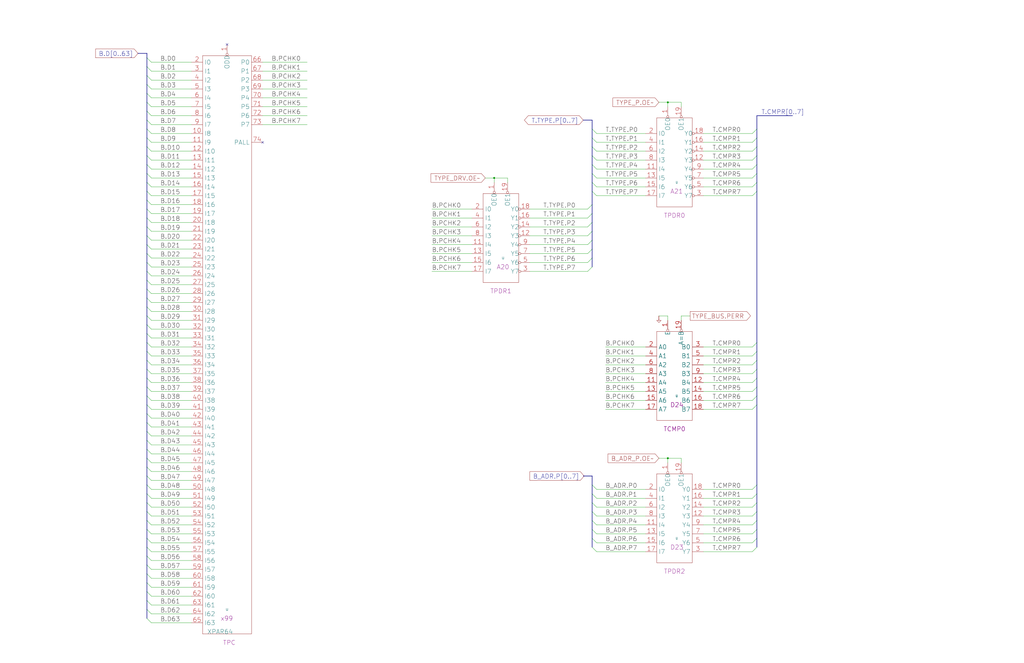
<source format=kicad_sch>
(kicad_sch (version 20220404) (generator eeschema)
  (paper "User" 584.2 378.46)
  (title_block (title "TYPE DRIVERS AND RECEIVERS\\nPARITY") (date "15-MAR-90") (rev "1.0") (comment 1 "TYPE") (comment 2 "232-003062") (comment 3 "S400") (comment 4 "RELEASED"))
  (lib_symbols
    (symbol "r1000:F240" (pin_names (offset 1.016))
      (property "Reference" "U" (at 2.54 5.08 0))
      (property "Value" "F240" (at -3.81 -7.62 0))
      (property "Location" "___" (at -1.27 0 0))
      (property "Name" "______" (at 1.27 -15.24 0))
      (symbol "F240_1_1"
        (rectangle (start -8.89 41.91) (end 11.43 -8.89))
        (circle (center -2.54 42.545) (radius 0.635))
        (circle (center 5.08 42.545) (radius 0.635))
        (circle (center 12.065 -2.54) (radius 0.635))
        (circle (center 12.065 2.54) (radius 0.635))
        (circle (center 12.065 7.62) (radius 0.635))
        (circle (center 12.065 12.7) (radius 0.635))
        (circle (center 12.065 17.78) (radius 0.635))
        (circle (center 12.065 22.86) (radius 0.635))
        (circle (center 12.065 27.94) (radius 0.635))
        (circle (center 12.065 33.02) (radius 0.635))
        (pin input line (at -2.54 48.26 270) (length 5.08) (name "OE0") (number "1"))
        (pin input line (at -15.24 12.7 0) (length 6.35) (name "I4") (number "11"))
        (pin tri_state line (at 17.78 17.78 180) (length 5.08) (name "Y3") (number "12"))
        (pin input line (at -15.24 7.62 0) (length 6.35) (name "I5") (number "13"))
        (pin tri_state line (at 17.78 22.86 180) (length 5.08) (name "Y2") (number "14"))
        (pin input line (at -15.24 2.54 0) (length 6.35) (name "I6") (number "15"))
        (pin tri_state line (at 17.78 27.94 180) (length 5.08) (name "Y1") (number "16"))
        (pin input line (at -15.24 -2.54 0) (length 6.35) (name "I7") (number "17"))
        (pin tri_state line (at 17.78 33.02 180) (length 5.08) (name "Y0") (number "18"))
        (pin input line (at 5.08 48.26 270) (length 5.08) (name "OE1") (number "19"))
        (pin input line (at -15.24 33.02 0) (length 6.35) (name "I0") (number "2"))
        (pin tri_state line (at 17.78 -2.54 180) (length 5.08) (name "Y7") (number "3"))
        (pin input line (at -15.24 27.94 0) (length 6.35) (name "I1") (number "4"))
        (pin tri_state line (at 17.78 2.54 180) (length 5.08) (name "Y6") (number "5"))
        (pin input line (at -15.24 22.86 0) (length 6.35) (name "I2") (number "6"))
        (pin tri_state line (at 17.78 7.62 180) (length 5.08) (name "Y5") (number "7"))
        (pin input line (at -15.24 17.78 0) (length 6.35) (name "I3") (number "8"))
        (pin tri_state line (at 17.78 12.7 180) (length 5.08) (name "Y4") (number "9"))
      )
    )
    (symbol "r1000:F244" (pin_names (offset 1.016))
      (property "Reference" "U" (at 2.54 5.08 0))
      (property "Value" "F244" (at -3.81 -7.62 0))
      (property "Location" "___" (at -1.27 0 0))
      (property "Name" "______" (at 1.27 -15.24 0))
      (symbol "F244_1_1"
        (rectangle (start -8.89 41.91) (end 11.43 -8.89))
        (circle (center -2.54 42.545) (radius 0.635))
        (circle (center 5.08 42.545) (radius 0.635))
        (pin input line (at -2.54 48.26 270) (length 5.08) (name "OE0") (number "1"))
        (pin input line (at -15.24 12.7 0) (length 6.35) (name "I4") (number "11"))
        (pin tri_state line (at 17.78 17.78 180) (length 6.35) (name "Y3") (number "12"))
        (pin input line (at -15.24 7.62 0) (length 6.35) (name "I5") (number "13"))
        (pin tri_state line (at 17.78 22.86 180) (length 6.35) (name "Y2") (number "14"))
        (pin input line (at -15.24 2.54 0) (length 6.35) (name "I6") (number "15"))
        (pin tri_state line (at 17.78 27.94 180) (length 6.35) (name "Y1") (number "16"))
        (pin input line (at -15.24 -2.54 0) (length 6.35) (name "I7") (number "17"))
        (pin tri_state line (at 17.78 33.02 180) (length 6.35) (name "Y0") (number "18"))
        (pin input line (at 5.08 48.26 270) (length 5.08) (name "OE1") (number "19"))
        (pin input line (at -15.24 33.02 0) (length 6.35) (name "I0") (number "2"))
        (pin tri_state line (at 17.78 -2.54 180) (length 6.35) (name "Y7") (number "3"))
        (pin input line (at -15.24 27.94 0) (length 6.35) (name "I1") (number "4"))
        (pin tri_state line (at 17.78 2.54 180) (length 6.35) (name "Y6") (number "5"))
        (pin input line (at -15.24 22.86 0) (length 6.35) (name "I2") (number "6"))
        (pin tri_state line (at 17.78 7.62 180) (length 6.35) (name "Y5") (number "7"))
        (pin input line (at -15.24 17.78 0) (length 6.35) (name "I3") (number "8"))
        (pin tri_state line (at 17.78 12.7 180) (length 6.35) (name "Y4") (number "9"))
      )
    )
    (symbol "r1000:F521" (pin_names (offset 1.016))
      (property "Reference" "U" (at 2.54 5.08 0))
      (property "Value" "F521" (at -3.81 -7.62 0))
      (property "Location" "___" (at -1.27 0 0))
      (property "Name" "______" (at 1.27 -15.24 0))
      (symbol "F521_1_1"
        (rectangle (start -8.89 41.91) (end 11.43 -8.89))
        (circle (center -2.54 42.545) (radius 0.635))
        (circle (center 5.08 42.545) (radius 0.635))
        (pin input line (at -2.54 48.26 270) (length 5.08) (name "E") (number "1"))
        (pin input line (at -15.24 12.7 0) (length 6.35) (name "A4") (number "11"))
        (pin input line (at 17.78 12.7 180) (length 6.35) (name "B4") (number "12"))
        (pin input line (at -15.24 7.62 0) (length 6.35) (name "A5") (number "13"))
        (pin input line (at 17.78 7.62 180) (length 6.35) (name "B5") (number "14"))
        (pin input line (at -15.24 2.54 0) (length 6.35) (name "A6") (number "15"))
        (pin input line (at 17.78 2.54 180) (length 6.35) (name "B6") (number "16"))
        (pin input line (at -15.24 -2.54 0) (length 6.35) (name "A7") (number "17"))
        (pin input line (at 17.78 -2.54 180) (length 6.35) (name "B7") (number "18"))
        (pin output line (at 5.08 48.26 270) (length 5.08) (name "A=B") (number "19"))
        (pin input line (at -15.24 33.02 0) (length 6.35) (name "A0") (number "2"))
        (pin input line (at 17.78 33.02 180) (length 6.35) (name "B0") (number "3"))
        (pin input line (at -15.24 27.94 0) (length 6.35) (name "A1") (number "4"))
        (pin input line (at 17.78 27.94 180) (length 6.35) (name "B1") (number "5"))
        (pin input line (at -15.24 22.86 0) (length 6.35) (name "A2") (number "6"))
        (pin input line (at 17.78 22.86 180) (length 6.35) (name "B2") (number "7"))
        (pin input line (at -15.24 17.78 0) (length 6.35) (name "A3") (number "8"))
        (pin input line (at 17.78 17.78 180) (length 6.35) (name "B3") (number "9"))
      )
    )
    (symbol "r1000:PD" (power) (pin_numbers hide) (pin_names hide) (in_bom no)
      (symbol "PD_0_1"
        (polyline (pts (xy 0 -2.54) (xy 1.27 -2.54) (xy 0 -3.81) (xy -1.27 -2.54) (xy 0 -2.54)) (stroke (width 0.1524)))
      )
      (symbol "PD_1_1"
        (pin power_in line (at 0 0 270) (length 2.54) (name "PD") (number "1"))
      )
    )
    (symbol "r1000:XPAR64" (pin_names (offset 1.016))
      (property "Reference" "U" (at 2.54 5.08 0))
      (property "Value" "XPAR64" (at -8.89 -7.62 0))
      (property "Location" "___" (at -1.27 0 0))
      (property "Name" "______" (at 3.81 -15.24 0))
      (symbol "XPAR64_1_1"
        (rectangle (start -11.43 321.31) (end 16.51 -8.89))
        (circle (center 2.54 321.945) (radius 0.635))
        (pin input line (at 2.54 327.66 270) (length 5.08) (name "ODD") (number "1"))
        (pin input line (at -17.78 276.86 0) (length 6.35) (name "I8") (number "10"))
        (pin input line (at -17.78 271.78 0) (length 6.35) (name "I9") (number "11"))
        (pin input line (at -17.78 266.7 0) (length 6.35) (name "I10") (number "12"))
        (pin input line (at -17.78 261.62 0) (length 6.35) (name "I11") (number "13"))
        (pin input line (at -17.78 256.54 0) (length 6.35) (name "I12") (number "14"))
        (pin input line (at -17.78 251.46 0) (length 6.35) (name "I13") (number "15"))
        (pin input line (at -17.78 246.38 0) (length 6.35) (name "I14") (number "16"))
        (pin input line (at -17.78 241.3 0) (length 6.35) (name "I15") (number "17"))
        (pin input line (at -17.78 236.22 0) (length 6.35) (name "I16") (number "18"))
        (pin input line (at -17.78 231.14 0) (length 6.35) (name "I17") (number "19"))
        (pin input line (at -17.78 317.5 0) (length 6.35) (name "I0") (number "2"))
        (pin input line (at -17.78 226.06 0) (length 6.35) (name "I18") (number "20"))
        (pin input line (at -17.78 220.98 0) (length 6.35) (name "I19") (number "21"))
        (pin input line (at -17.78 215.9 0) (length 6.35) (name "I20") (number "22"))
        (pin input line (at -17.78 210.82 0) (length 6.35) (name "I21") (number "23"))
        (pin input line (at -17.78 205.74 0) (length 6.35) (name "I22") (number "24"))
        (pin input line (at -17.78 200.66 0) (length 6.35) (name "I23") (number "25"))
        (pin input line (at -17.78 195.58 0) (length 6.35) (name "I24") (number "26"))
        (pin input line (at -17.78 190.5 0) (length 6.35) (name "I25") (number "27"))
        (pin input line (at -17.78 185.42 0) (length 6.35) (name "I26") (number "28"))
        (pin input line (at -17.78 180.34 0) (length 6.35) (name "I27") (number "29"))
        (pin input line (at -17.78 312.42 0) (length 6.35) (name "I1") (number "3"))
        (pin input line (at -17.78 175.26 0) (length 6.35) (name "I28") (number "30"))
        (pin input line (at -17.78 170.18 0) (length 6.35) (name "I29") (number "31"))
        (pin input line (at -17.78 165.1 0) (length 6.35) (name "I30") (number "32"))
        (pin input line (at -17.78 160.02 0) (length 6.35) (name "I31") (number "33"))
        (pin input line (at -17.78 154.94 0) (length 6.35) (name "I32") (number "34"))
        (pin input line (at -17.78 149.86 0) (length 6.35) (name "I33") (number "35"))
        (pin input line (at -17.78 144.78 0) (length 6.35) (name "I34") (number "36"))
        (pin input line (at -17.78 139.7 0) (length 6.35) (name "I35") (number "37"))
        (pin input line (at -17.78 134.62 0) (length 6.35) (name "I36") (number "38"))
        (pin input line (at -17.78 129.54 0) (length 6.35) (name "I37") (number "39"))
        (pin input line (at -17.78 307.34 0) (length 6.35) (name "I2") (number "4"))
        (pin input line (at -17.78 124.46 0) (length 6.35) (name "I38") (number "40"))
        (pin input line (at -17.78 119.38 0) (length 6.35) (name "I39") (number "41"))
        (pin input line (at -17.78 114.3 0) (length 6.35) (name "I40") (number "42"))
        (pin input line (at -17.78 109.22 0) (length 6.35) (name "I41") (number "43"))
        (pin input line (at -17.78 104.14 0) (length 6.35) (name "I42") (number "44"))
        (pin input line (at -17.78 99.06 0) (length 6.35) (name "I43") (number "45"))
        (pin input line (at -17.78 93.98 0) (length 6.35) (name "I44") (number "46"))
        (pin input line (at -17.78 88.9 0) (length 6.35) (name "I45") (number "47"))
        (pin input line (at -17.78 83.82 0) (length 6.35) (name "I46") (number "48"))
        (pin input line (at -17.78 78.74 0) (length 6.35) (name "I47") (number "49"))
        (pin input line (at -17.78 302.26 0) (length 6.35) (name "I3") (number "5"))
        (pin input line (at -17.78 73.66 0) (length 6.35) (name "I48") (number "50"))
        (pin input line (at -17.78 68.58 0) (length 6.35) (name "I49") (number "51"))
        (pin input line (at -17.78 63.5 0) (length 6.35) (name "I50") (number "52"))
        (pin input line (at -17.78 58.42 0) (length 6.35) (name "I51") (number "53"))
        (pin input line (at -17.78 53.34 0) (length 6.35) (name "I52") (number "54"))
        (pin input line (at -17.78 48.26 0) (length 6.35) (name "I53") (number "55"))
        (pin input line (at -17.78 43.18 0) (length 6.35) (name "I54") (number "56"))
        (pin input line (at -17.78 38.1 0) (length 6.35) (name "I55") (number "57"))
        (pin input line (at -17.78 33.02 0) (length 6.35) (name "I56") (number "58"))
        (pin input line (at -17.78 27.94 0) (length 6.35) (name "I57") (number "59"))
        (pin input line (at -17.78 297.18 0) (length 6.35) (name "I4") (number "6"))
        (pin input line (at -17.78 22.86 0) (length 6.35) (name "I58") (number "60"))
        (pin input line (at -17.78 17.78 0) (length 6.35) (name "I59") (number "61"))
        (pin input line (at -17.78 12.7 0) (length 6.35) (name "I60") (number "62"))
        (pin input line (at -17.78 7.62 0) (length 6.35) (name "I61") (number "63"))
        (pin input line (at -17.78 2.54 0) (length 6.35) (name "I62") (number "64"))
        (pin input line (at -17.78 -2.54 0) (length 6.35) (name "I63") (number "65"))
        (pin output line (at 22.86 317.5 180) (length 6.35) (name "P0") (number "66"))
        (pin output line (at 22.86 312.42 180) (length 6.35) (name "P1") (number "67"))
        (pin output line (at 22.86 307.34 180) (length 6.35) (name "P2") (number "68"))
        (pin output line (at 22.86 302.26 180) (length 6.35) (name "P3") (number "69"))
        (pin input line (at -17.78 292.1 0) (length 6.35) (name "I5") (number "7"))
        (pin output line (at 22.86 297.18 180) (length 6.35) (name "P4") (number "70"))
        (pin output line (at 22.86 292.1 180) (length 6.35) (name "P5") (number "71"))
        (pin output line (at 22.86 287.02 180) (length 6.35) (name "P6") (number "72"))
        (pin output line (at 22.86 281.94 180) (length 6.35) (name "P7") (number "73"))
        (pin output line (at 22.86 271.78 180) (length 6.35) (name "PALL") (number "74"))
        (pin input line (at -17.78 287.02 0) (length 6.35) (name "I6") (number "8"))
        (pin input line (at -17.78 281.94 0) (length 6.35) (name "I7") (number "9"))
      )
    )
  )
  (junction (at 381 58.42))
  (junction (at 381 261.62))
  (junction (at 281.94 101.6))
  (no_connect (at 129.54 25.4))
  (no_connect (at 149.86 81.28))
  (bus_entry (at 337.82 147.32) (size -2.54 2.54))
  (bus_entry (at 431.8 287.02) (size -2.54 2.54))
  (bus_entry (at 83.82 266.7) (size 2.54 2.54))
  (bus_entry (at 83.82 144.78) (size 2.54 2.54))
  (bus_entry (at 83.82 83.82) (size 2.54 2.54))
  (bus_entry (at 431.8 231.14) (size -2.54 2.54))
  (bus_entry (at 83.82 287.02) (size 2.54 2.54))
  (bus_entry (at 83.82 200.66) (size 2.54 2.54))
  (bus_entry (at 337.82 276.86) (size 2.54 2.54))
  (bus_entry (at 337.82 132.08) (size -2.54 2.54))
  (bus_entry (at 83.82 195.58) (size 2.54 2.54))
  (bus_entry (at 83.82 38.1) (size 2.54 2.54))
  (bus_entry (at 337.82 99.06) (size 2.54 2.54))
  (bus_entry (at 83.82 312.42) (size 2.54 2.54))
  (bus_entry (at 83.82 271.78) (size 2.54 2.54))
  (bus_entry (at 431.8 307.34) (size -2.54 2.54))
  (bus_entry (at 83.82 78.74) (size 2.54 2.54))
  (bus_entry (at 83.82 332.74) (size 2.54 2.54))
  (bus_entry (at 83.82 302.26) (size 2.54 2.54))
  (bus_entry (at 83.82 281.94) (size 2.54 2.54))
  (bus_entry (at 337.82 292.1) (size 2.54 2.54))
  (bus_entry (at 83.82 63.5) (size 2.54 2.54))
  (bus_entry (at 83.82 353.06) (size 2.54 2.54))
  (bus_entry (at 83.82 139.7) (size 2.54 2.54))
  (bus_entry (at 337.82 307.34) (size 2.54 2.54))
  (bus_entry (at 83.82 322.58) (size 2.54 2.54))
  (bus_entry (at 431.8 226.06) (size -2.54 2.54))
  (bus_entry (at 83.82 347.98) (size 2.54 2.54))
  (bus_entry (at 83.82 220.98) (size 2.54 2.54))
  (bus_entry (at 337.82 121.92) (size -2.54 2.54))
  (bus_entry (at 83.82 231.14) (size 2.54 2.54))
  (bus_entry (at 83.82 190.5) (size 2.54 2.54))
  (bus_entry (at 83.82 256.54) (size 2.54 2.54))
  (bus_entry (at 83.82 134.62) (size 2.54 2.54))
  (bus_entry (at 337.82 281.94) (size 2.54 2.54))
  (bus_entry (at 337.82 104.14) (size 2.54 2.54))
  (bus_entry (at 83.82 68.58) (size 2.54 2.54))
  (bus_entry (at 431.8 99.06) (size -2.54 2.54))
  (bus_entry (at 83.82 33.02) (size 2.54 2.54))
  (bus_entry (at 83.82 170.18) (size 2.54 2.54))
  (bus_entry (at 83.82 226.06) (size 2.54 2.54))
  (bus_entry (at 83.82 154.94) (size 2.54 2.54))
  (bus_entry (at 337.82 116.84) (size -2.54 2.54))
  (bus_entry (at 83.82 317.5) (size 2.54 2.54))
  (bus_entry (at 337.82 142.24) (size -2.54 2.54))
  (bus_entry (at 83.82 114.3) (size 2.54 2.54))
  (bus_entry (at 431.8 93.98) (size -2.54 2.54))
  (bus_entry (at 83.82 48.26) (size 2.54 2.54))
  (bus_entry (at 83.82 180.34) (size 2.54 2.54))
  (bus_entry (at 83.82 124.46) (size 2.54 2.54))
  (bus_entry (at 431.8 292.1) (size -2.54 2.54))
  (bus_entry (at 83.82 276.86) (size 2.54 2.54))
  (bus_entry (at 83.82 93.98) (size 2.54 2.54))
  (bus_entry (at 83.82 342.9) (size 2.54 2.54))
  (bus_entry (at 83.82 43.18) (size 2.54 2.54))
  (bus_entry (at 83.82 251.46) (size 2.54 2.54))
  (bus_entry (at 337.82 152.4) (size -2.54 2.54))
  (bus_entry (at 83.82 104.14) (size 2.54 2.54))
  (bus_entry (at 337.82 302.26) (size 2.54 2.54))
  (bus_entry (at 431.8 73.66) (size -2.54 2.54))
  (bus_entry (at 337.82 73.66) (size 2.54 2.54))
  (bus_entry (at 83.82 53.34) (size 2.54 2.54))
  (bus_entry (at 83.82 205.74) (size 2.54 2.54))
  (bus_entry (at 83.82 292.1) (size 2.54 2.54))
  (bus_entry (at 83.82 337.82) (size 2.54 2.54))
  (bus_entry (at 83.82 119.38) (size 2.54 2.54))
  (bus_entry (at 83.82 109.22) (size 2.54 2.54))
  (bus_entry (at 83.82 215.9) (size 2.54 2.54))
  (bus_entry (at 337.82 137.16) (size -2.54 2.54))
  (bus_entry (at 431.8 281.94) (size -2.54 2.54))
  (bus_entry (at 83.82 185.42) (size 2.54 2.54))
  (bus_entry (at 83.82 327.66) (size 2.54 2.54))
  (bus_entry (at 337.82 312.42) (size 2.54 2.54))
  (bus_entry (at 337.82 287.02) (size 2.54 2.54))
  (bus_entry (at 83.82 88.9) (size 2.54 2.54))
  (bus_entry (at 431.8 195.58) (size -2.54 2.54))
  (bus_entry (at 431.8 78.74) (size -2.54 2.54))
  (bus_entry (at 83.82 241.3) (size 2.54 2.54))
  (bus_entry (at 431.8 83.82) (size -2.54 2.54))
  (bus_entry (at 83.82 307.34) (size 2.54 2.54))
  (bus_entry (at 83.82 58.42) (size 2.54 2.54))
  (bus_entry (at 431.8 88.9) (size -2.54 2.54))
  (bus_entry (at 83.82 175.26) (size 2.54 2.54))
  (bus_entry (at 83.82 236.22) (size 2.54 2.54))
  (bus_entry (at 431.8 215.9) (size -2.54 2.54))
  (bus_entry (at 431.8 302.26) (size -2.54 2.54))
  (bus_entry (at 83.82 99.06) (size 2.54 2.54))
  (bus_entry (at 337.82 109.22) (size 2.54 2.54))
  (bus_entry (at 83.82 261.62) (size 2.54 2.54))
  (bus_entry (at 83.82 149.86) (size 2.54 2.54))
  (bus_entry (at 337.82 78.74) (size 2.54 2.54))
  (bus_entry (at 431.8 220.98) (size -2.54 2.54))
  (bus_entry (at 83.82 210.82) (size 2.54 2.54))
  (bus_entry (at 83.82 297.18) (size 2.54 2.54))
  (bus_entry (at 431.8 200.66) (size -2.54 2.54))
  (bus_entry (at 431.8 210.82) (size -2.54 2.54))
  (bus_entry (at 83.82 246.38) (size 2.54 2.54))
  (bus_entry (at 83.82 73.66) (size 2.54 2.54))
  (bus_entry (at 337.82 127) (size -2.54 2.54))
  (bus_entry (at 83.82 165.1) (size 2.54 2.54))
  (bus_entry (at 431.8 297.18) (size -2.54 2.54))
  (bus_entry (at 431.8 109.22) (size -2.54 2.54))
  (bus_entry (at 431.8 205.74) (size -2.54 2.54))
  (bus_entry (at 337.82 88.9) (size 2.54 2.54))
  (bus_entry (at 83.82 160.02) (size 2.54 2.54))
  (bus_entry (at 431.8 276.86) (size -2.54 2.54))
  (bus_entry (at 337.82 83.82) (size 2.54 2.54))
  (bus_entry (at 431.8 104.14) (size -2.54 2.54))
  (bus_entry (at 431.8 312.42) (size -2.54 2.54))
  (bus_entry (at 337.82 93.98) (size 2.54 2.54))
  (bus_entry (at 337.82 297.18) (size 2.54 2.54))
  (bus_entry (at 83.82 129.54) (size 2.54 2.54))
  (wire (pts (xy 149.86 45.72) (xy 175.26 45.72)))
  (wire (pts (xy 109.22 162.56) (xy 86.36 162.56)))
  (wire (pts (xy 109.22 228.6) (xy 86.36 228.6)))
  (wire (pts (xy 340.36 86.36) (xy 368.3 86.36)))
  (wire (pts (xy 388.62 180.34) (xy 393.7 180.34)))
  (wire (pts (xy 109.22 182.88) (xy 86.36 182.88)))
  (wire (pts (xy 109.22 284.48) (xy 86.36 284.48)))
  (wire (pts (xy 109.22 86.36) (xy 86.36 86.36)))
  (wire (pts (xy 401.32 223.52) (xy 429.26 223.52)))
  (wire (pts (xy 401.32 304.8) (xy 429.26 304.8)))
  (wire (pts (xy 109.22 127) (xy 86.36 127)))
  (bus (pts (xy 83.82 347.98) (xy 83.82 353.06)))
  (wire (pts (xy 109.22 71.12) (xy 86.36 71.12)))
  (wire (pts (xy 388.62 261.62) (xy 381 261.62)))
  (bus (pts (xy 83.82 287.02) (xy 83.82 292.1)))
  (bus (pts (xy 83.82 220.98) (xy 83.82 226.06)))
  (wire (pts (xy 381 264.16) (xy 381 261.62)))
  (wire (pts (xy 388.62 264.16) (xy 388.62 261.62)))
  (wire (pts (xy 345.44 198.12) (xy 368.3 198.12)))
  (wire (pts (xy 109.22 45.72) (xy 86.36 45.72)))
  (wire (pts (xy 345.44 228.6) (xy 368.3 228.6)))
  (wire (pts (xy 109.22 304.8) (xy 86.36 304.8)))
  (wire (pts (xy 149.86 71.12) (xy 175.26 71.12)))
  (bus (pts (xy 431.8 205.74) (xy 431.8 210.82)))
  (bus (pts (xy 83.82 266.7) (xy 83.82 271.78)))
  (wire (pts (xy 345.44 233.68) (xy 368.3 233.68)))
  (wire (pts (xy 401.32 294.64) (xy 429.26 294.64)))
  (bus (pts (xy 83.82 175.26) (xy 83.82 180.34)))
  (bus (pts (xy 431.8 99.06) (xy 431.8 104.14)))
  (wire (pts (xy 109.22 254) (xy 86.36 254)))
  (wire (pts (xy 109.22 137.16) (xy 86.36 137.16)))
  (wire (pts (xy 340.36 289.56) (xy 368.3 289.56)))
  (bus (pts (xy 337.82 127) (xy 337.82 132.08)))
  (bus (pts (xy 83.82 226.06) (xy 83.82 231.14)))
  (bus (pts (xy 337.82 302.26) (xy 337.82 307.34)))
  (bus (pts (xy 83.82 190.5) (xy 83.82 195.58)))
  (wire (pts (xy 109.22 121.92) (xy 86.36 121.92)))
  (bus (pts (xy 83.82 246.38) (xy 83.82 251.46)))
  (bus (pts (xy 83.82 154.94) (xy 83.82 160.02)))
  (wire (pts (xy 381 261.62) (xy 375.92 261.62)))
  (bus (pts (xy 431.8 66.04) (xy 452.12 66.04)))
  (bus (pts (xy 83.82 144.78) (xy 83.82 149.86)))
  (bus (pts (xy 83.82 124.46) (xy 83.82 129.54)))
  (bus (pts (xy 431.8 231.14) (xy 431.8 276.86)))
  (bus (pts (xy 431.8 302.26) (xy 431.8 307.34)))
  (bus (pts (xy 337.82 93.98) (xy 337.82 99.06)))
  (bus (pts (xy 83.82 63.5) (xy 83.82 68.58)))
  (wire (pts (xy 302.26 154.94) (xy 335.28 154.94)))
  (bus (pts (xy 337.82 281.94) (xy 337.82 287.02)))
  (wire (pts (xy 149.86 60.96) (xy 175.26 60.96)))
  (wire (pts (xy 109.22 320.04) (xy 86.36 320.04)))
  (bus (pts (xy 83.82 78.74) (xy 83.82 83.82)))
  (wire (pts (xy 109.22 289.56) (xy 86.36 289.56)))
  (wire (pts (xy 345.44 203.2) (xy 368.3 203.2)))
  (wire (pts (xy 109.22 330.2) (xy 86.36 330.2)))
  (bus (pts (xy 431.8 93.98) (xy 431.8 99.06)))
  (wire (pts (xy 281.94 104.14) (xy 281.94 101.6)))
  (bus (pts (xy 83.82 241.3) (xy 83.82 246.38)))
  (wire (pts (xy 109.22 76.2) (xy 86.36 76.2)))
  (bus (pts (xy 83.82 195.58) (xy 83.82 200.66)))
  (bus (pts (xy 83.82 149.86) (xy 83.82 154.94)))
  (bus (pts (xy 83.82 88.9) (xy 83.82 93.98)))
  (wire (pts (xy 401.32 218.44) (xy 429.26 218.44)))
  (wire (pts (xy 401.32 228.6) (xy 429.26 228.6)))
  (bus (pts (xy 431.8 200.66) (xy 431.8 205.74)))
  (bus (pts (xy 83.82 134.62) (xy 83.82 139.7)))
  (bus (pts (xy 431.8 83.82) (xy 431.8 88.9)))
  (bus (pts (xy 337.82 297.18) (xy 337.82 302.26)))
  (bus (pts (xy 83.82 231.14) (xy 83.82 236.22)))
  (bus (pts (xy 83.82 165.1) (xy 83.82 170.18)))
  (bus (pts (xy 83.82 93.98) (xy 83.82 99.06)))
  (bus (pts (xy 83.82 276.86) (xy 83.82 281.94)))
  (wire (pts (xy 340.36 101.6) (xy 368.3 101.6)))
  (wire (pts (xy 302.26 139.7) (xy 335.28 139.7)))
  (bus (pts (xy 78.74 30.48) (xy 83.82 30.48)))
  (wire (pts (xy 109.22 274.32) (xy 86.36 274.32)))
  (wire (pts (xy 401.32 314.96) (xy 429.26 314.96)))
  (bus (pts (xy 83.82 139.7) (xy 83.82 144.78)))
  (wire (pts (xy 401.32 198.12) (xy 429.26 198.12)))
  (bus (pts (xy 431.8 73.66) (xy 431.8 78.74)))
  (bus (pts (xy 337.82 104.14) (xy 337.82 109.22)))
  (bus (pts (xy 431.8 292.1) (xy 431.8 297.18)))
  (wire (pts (xy 401.32 203.2) (xy 429.26 203.2)))
  (wire (pts (xy 109.22 355.6) (xy 86.36 355.6)))
  (wire (pts (xy 381 180.34) (xy 375.92 180.34)))
  (wire (pts (xy 401.32 284.48) (xy 429.26 284.48)))
  (wire (pts (xy 109.22 132.08) (xy 86.36 132.08)))
  (wire (pts (xy 109.22 213.36) (xy 86.36 213.36)))
  (wire (pts (xy 401.32 86.36) (xy 429.26 86.36)))
  (bus (pts (xy 83.82 200.66) (xy 83.82 205.74)))
  (bus (pts (xy 83.82 307.34) (xy 83.82 312.42)))
  (wire (pts (xy 109.22 299.72) (xy 86.36 299.72)))
  (wire (pts (xy 109.22 91.44) (xy 86.36 91.44)))
  (bus (pts (xy 431.8 220.98) (xy 431.8 226.06)))
  (wire (pts (xy 375.92 58.42) (xy 381 58.42)))
  (bus (pts (xy 337.82 83.82) (xy 337.82 88.9)))
  (bus (pts (xy 83.82 205.74) (xy 83.82 210.82)))
  (bus (pts (xy 83.82 317.5) (xy 83.82 322.58)))
  (wire (pts (xy 109.22 147.32) (xy 86.36 147.32)))
  (wire (pts (xy 246.38 154.94) (xy 269.24 154.94)))
  (wire (pts (xy 109.22 187.96) (xy 86.36 187.96)))
  (bus (pts (xy 431.8 276.86) (xy 431.8 281.94)))
  (bus (pts (xy 83.82 256.54) (xy 83.82 261.62)))
  (wire (pts (xy 109.22 259.08) (xy 86.36 259.08)))
  (bus (pts (xy 83.82 261.62) (xy 83.82 266.7)))
  (bus (pts (xy 83.82 281.94) (xy 83.82 287.02)))
  (bus (pts (xy 83.82 99.06) (xy 83.82 104.14)))
  (bus (pts (xy 83.82 170.18) (xy 83.82 175.26)))
  (bus (pts (xy 337.82 109.22) (xy 337.82 116.84)))
  (wire (pts (xy 109.22 167.64) (xy 86.36 167.64)))
  (bus (pts (xy 337.82 73.66) (xy 337.82 78.74)))
  (bus (pts (xy 83.82 30.48) (xy 83.82 33.02)))
  (bus (pts (xy 83.82 322.58) (xy 83.82 327.66)))
  (wire (pts (xy 109.22 50.8) (xy 86.36 50.8)))
  (bus (pts (xy 337.82 307.34) (xy 337.82 312.42)))
  (bus (pts (xy 83.82 215.9) (xy 83.82 220.98)))
  (wire (pts (xy 109.22 55.88) (xy 86.36 55.88)))
  (wire (pts (xy 109.22 325.12) (xy 86.36 325.12)))
  (wire (pts (xy 340.36 294.64) (xy 368.3 294.64)))
  (bus (pts (xy 337.82 116.84) (xy 337.82 121.92)))
  (wire (pts (xy 302.26 144.78) (xy 335.28 144.78)))
  (wire (pts (xy 246.38 134.62) (xy 269.24 134.62)))
  (wire (pts (xy 401.32 289.56) (xy 429.26 289.56)))
  (wire (pts (xy 109.22 81.28) (xy 86.36 81.28)))
  (wire (pts (xy 340.36 304.8) (xy 368.3 304.8)))
  (wire (pts (xy 381 60.96) (xy 381 58.42)))
  (wire (pts (xy 109.22 223.52) (xy 86.36 223.52)))
  (wire (pts (xy 149.86 35.56) (xy 175.26 35.56)))
  (bus (pts (xy 83.82 109.22) (xy 83.82 114.3)))
  (wire (pts (xy 109.22 96.52) (xy 86.36 96.52)))
  (wire (pts (xy 276.86 101.6) (xy 281.94 101.6)))
  (bus (pts (xy 431.8 88.9) (xy 431.8 93.98)))
  (wire (pts (xy 109.22 66.04) (xy 86.36 66.04)))
  (wire (pts (xy 109.22 101.6) (xy 86.36 101.6)))
  (wire (pts (xy 246.38 144.78) (xy 269.24 144.78)))
  (wire (pts (xy 109.22 60.96) (xy 86.36 60.96)))
  (wire (pts (xy 401.32 111.76) (xy 429.26 111.76)))
  (bus (pts (xy 83.82 114.3) (xy 83.82 119.38)))
  (wire (pts (xy 388.62 60.96) (xy 388.62 58.42)))
  (wire (pts (xy 381 182.88) (xy 381 180.34)))
  (wire (pts (xy 109.22 335.28) (xy 86.36 335.28)))
  (wire (pts (xy 340.36 111.76) (xy 368.3 111.76)))
  (wire (pts (xy 149.86 55.88) (xy 175.26 55.88)))
  (bus (pts (xy 83.82 160.02) (xy 83.82 165.1)))
  (wire (pts (xy 109.22 203.2) (xy 86.36 203.2)))
  (bus (pts (xy 83.82 292.1) (xy 83.82 297.18)))
  (wire (pts (xy 401.32 208.28) (xy 429.26 208.28)))
  (bus (pts (xy 83.82 297.18) (xy 83.82 302.26)))
  (wire (pts (xy 401.32 81.28) (xy 429.26 81.28)))
  (bus (pts (xy 83.82 53.34) (xy 83.82 58.42)))
  (bus (pts (xy 83.82 236.22) (xy 83.82 241.3)))
  (wire (pts (xy 340.36 299.72) (xy 368.3 299.72)))
  (wire (pts (xy 109.22 40.64) (xy 86.36 40.64)))
  (wire (pts (xy 401.32 279.4) (xy 429.26 279.4)))
  (bus (pts (xy 431.8 104.14) (xy 431.8 109.22)))
  (wire (pts (xy 109.22 238.76) (xy 86.36 238.76)))
  (wire (pts (xy 289.56 104.14) (xy 289.56 101.6)))
  (wire (pts (xy 109.22 314.96) (xy 86.36 314.96)))
  (bus (pts (xy 83.82 332.74) (xy 83.82 337.82)))
  (wire (pts (xy 149.86 66.04) (xy 175.26 66.04)))
  (bus (pts (xy 431.8 287.02) (xy 431.8 292.1)))
  (bus (pts (xy 83.82 129.54) (xy 83.82 134.62)))
  (wire (pts (xy 345.44 213.36) (xy 368.3 213.36)))
  (wire (pts (xy 109.22 142.24) (xy 86.36 142.24)))
  (bus (pts (xy 83.82 43.18) (xy 83.82 48.26)))
  (bus (pts (xy 83.82 210.82) (xy 83.82 215.9)))
  (wire (pts (xy 109.22 350.52) (xy 86.36 350.52)))
  (wire (pts (xy 345.44 223.52) (xy 368.3 223.52)))
  (bus (pts (xy 332.74 271.78) (xy 337.82 271.78)))
  (wire (pts (xy 340.36 106.68) (xy 368.3 106.68)))
  (wire (pts (xy 109.22 269.24) (xy 86.36 269.24)))
  (bus (pts (xy 337.82 132.08) (xy 337.82 137.16)))
  (wire (pts (xy 281.94 101.6) (xy 289.56 101.6)))
  (bus (pts (xy 337.82 68.58) (xy 337.82 73.66)))
  (bus (pts (xy 337.82 142.24) (xy 337.82 147.32)))
  (wire (pts (xy 109.22 198.12) (xy 86.36 198.12)))
  (wire (pts (xy 246.38 139.7) (xy 269.24 139.7)))
  (wire (pts (xy 109.22 157.48) (xy 86.36 157.48)))
  (bus (pts (xy 83.82 104.14) (xy 83.82 109.22)))
  (wire (pts (xy 401.32 96.52) (xy 429.26 96.52)))
  (bus (pts (xy 83.82 58.42) (xy 83.82 63.5)))
  (wire (pts (xy 109.22 116.84) (xy 86.36 116.84)))
  (wire (pts (xy 109.22 279.4) (xy 86.36 279.4)))
  (wire (pts (xy 109.22 294.64) (xy 86.36 294.64)))
  (wire (pts (xy 109.22 111.76) (xy 86.36 111.76)))
  (bus (pts (xy 83.82 73.66) (xy 83.82 78.74)))
  (bus (pts (xy 83.82 251.46) (xy 83.82 256.54)))
  (bus (pts (xy 83.82 119.38) (xy 83.82 124.46)))
  (bus (pts (xy 83.82 302.26) (xy 83.82 307.34)))
  (wire (pts (xy 340.36 279.4) (xy 368.3 279.4)))
  (bus (pts (xy 431.8 281.94) (xy 431.8 287.02)))
  (wire (pts (xy 340.36 96.52) (xy 368.3 96.52)))
  (bus (pts (xy 431.8 66.04) (xy 431.8 73.66)))
  (bus (pts (xy 332.74 68.58) (xy 337.82 68.58)))
  (wire (pts (xy 302.26 134.62) (xy 335.28 134.62)))
  (bus (pts (xy 83.82 337.82) (xy 83.82 342.9)))
  (bus (pts (xy 337.82 292.1) (xy 337.82 297.18)))
  (bus (pts (xy 337.82 78.74) (xy 337.82 83.82)))
  (wire (pts (xy 340.36 81.28) (xy 368.3 81.28)))
  (wire (pts (xy 149.86 50.8) (xy 175.26 50.8)))
  (bus (pts (xy 431.8 297.18) (xy 431.8 302.26)))
  (wire (pts (xy 246.38 124.46) (xy 269.24 124.46)))
  (bus (pts (xy 337.82 137.16) (xy 337.82 142.24)))
  (bus (pts (xy 337.82 276.86) (xy 337.82 281.94)))
  (wire (pts (xy 246.38 149.86) (xy 269.24 149.86)))
  (wire (pts (xy 109.22 193.04) (xy 86.36 193.04)))
  (wire (pts (xy 109.22 233.68) (xy 86.36 233.68)))
  (bus (pts (xy 431.8 78.74) (xy 431.8 83.82)))
  (bus (pts (xy 83.82 48.26) (xy 83.82 53.34)))
  (wire (pts (xy 401.32 299.72) (xy 429.26 299.72)))
  (bus (pts (xy 83.82 33.02) (xy 83.82 38.1)))
  (bus (pts (xy 337.82 88.9) (xy 337.82 93.98)))
  (bus (pts (xy 83.82 271.78) (xy 83.82 276.86)))
  (wire (pts (xy 246.38 129.54) (xy 269.24 129.54)))
  (bus (pts (xy 83.82 83.82) (xy 83.82 88.9)))
  (bus (pts (xy 431.8 195.58) (xy 431.8 200.66)))
  (wire (pts (xy 149.86 40.64) (xy 175.26 40.64)))
  (bus (pts (xy 337.82 147.32) (xy 337.82 152.4)))
  (wire (pts (xy 302.26 149.86) (xy 335.28 149.86)))
  (bus (pts (xy 83.82 180.34) (xy 83.82 185.42)))
  (bus (pts (xy 337.82 287.02) (xy 337.82 292.1)))
  (wire (pts (xy 109.22 340.36) (xy 86.36 340.36)))
  (bus (pts (xy 83.82 38.1) (xy 83.82 43.18)))
  (wire (pts (xy 401.32 106.68) (xy 429.26 106.68)))
  (bus (pts (xy 83.82 68.58) (xy 83.82 73.66)))
  (wire (pts (xy 109.22 35.56) (xy 86.36 35.56)))
  (wire (pts (xy 340.36 314.96) (xy 368.3 314.96)))
  (wire (pts (xy 109.22 177.8) (xy 86.36 177.8)))
  (wire (pts (xy 345.44 208.28) (xy 368.3 208.28)))
  (bus (pts (xy 337.82 271.78) (xy 337.82 276.86)))
  (wire (pts (xy 340.36 91.44) (xy 368.3 91.44)))
  (bus (pts (xy 83.82 327.66) (xy 83.82 332.74)))
  (wire (pts (xy 109.22 152.4) (xy 86.36 152.4)))
  (wire (pts (xy 109.22 208.28) (xy 86.36 208.28)))
  (wire (pts (xy 401.32 233.68) (xy 429.26 233.68)))
  (bus (pts (xy 431.8 307.34) (xy 431.8 312.42)))
  (bus (pts (xy 431.8 215.9) (xy 431.8 220.98)))
  (bus (pts (xy 431.8 210.82) (xy 431.8 215.9)))
  (wire (pts (xy 401.32 76.2) (xy 429.26 76.2)))
  (wire (pts (xy 345.44 218.44) (xy 368.3 218.44)))
  (wire (pts (xy 109.22 243.84) (xy 86.36 243.84)))
  (wire (pts (xy 109.22 106.68) (xy 86.36 106.68)))
  (wire (pts (xy 401.32 101.6) (xy 429.26 101.6)))
  (bus (pts (xy 337.82 99.06) (xy 337.82 104.14)))
  (wire (pts (xy 381 58.42) (xy 388.62 58.42)))
  (bus (pts (xy 83.82 312.42) (xy 83.82 317.5)))
  (wire (pts (xy 401.32 309.88) (xy 429.26 309.88)))
  (wire (pts (xy 302.26 124.46) (xy 335.28 124.46)))
  (wire (pts (xy 340.36 284.48) (xy 368.3 284.48)))
  (wire (pts (xy 246.38 119.38) (xy 269.24 119.38)))
  (wire (pts (xy 302.26 119.38) (xy 335.28 119.38)))
  (wire (pts (xy 109.22 264.16) (xy 86.36 264.16)))
  (bus (pts (xy 431.8 226.06) (xy 431.8 231.14)))
  (bus (pts (xy 431.8 109.22) (xy 431.8 195.58)))
  (wire (pts (xy 109.22 172.72) (xy 86.36 172.72)))
  (wire (pts (xy 388.62 182.88) (xy 388.62 180.34)))
  (wire (pts (xy 109.22 248.92) (xy 86.36 248.92)))
  (wire (pts (xy 109.22 309.88) (xy 86.36 309.88)))
  (bus (pts (xy 83.82 342.9) (xy 83.82 347.98)))
  (bus (pts (xy 83.82 185.42) (xy 83.82 190.5)))
  (bus (pts (xy 337.82 121.92) (xy 337.82 127)))
  (wire (pts (xy 109.22 218.44) (xy 86.36 218.44)))
  (wire (pts (xy 109.22 345.44) (xy 86.36 345.44)))
  (wire (pts (xy 340.36 76.2) (xy 368.3 76.2)))
  (wire (pts (xy 401.32 91.44) (xy 429.26 91.44)))
  (wire (pts (xy 340.36 309.88) (xy 368.3 309.88)))
  (wire (pts (xy 401.32 213.36) (xy 429.26 213.36)))
  (wire (pts (xy 302.26 129.54) (xy 335.28 129.54)))
  (label "B.D20" (at 91.44 137.16 0) (effects (font (size 2.54 2.54))))
  (label "B.D8" (at 91.44 76.2 0) (effects (font (size 2.54 2.54))))
  (label "B.PCHK3" (at 154.94 50.8 0) (effects (font (size 2.54 2.54))))
  (label "B.PCHK4" (at 154.94 55.88 0) (effects (font (size 2.54 2.54))))
  (label "T.CMPR2" (at 406.4 86.36 0) (effects (font (size 2.54 2.54))))
  (label "B.D62" (at 91.44 350.52 0) (effects (font (size 2.54 2.54))))
  (label "B.D6" (at 91.44 66.04 0) (effects (font (size 2.54 2.54))))
  (label "T.CMPR0" (at 406.4 279.4 0) (effects (font (size 2.54 2.54))))
  (label "T.TYPE.P3" (at 345.44 91.44 0) (effects (font (size 2.54 2.54))))
  (label "B.D16" (at 91.44 116.84 0) (effects (font (size 2.54 2.54))))
  (label "T.CMPR3" (at 406.4 91.44 0) (effects (font (size 2.54 2.54))))
  (label "B.D44" (at 91.44 259.08 0) (effects (font (size 2.54 2.54))))
  (label "B.D14" (at 91.44 106.68 0) (effects (font (size 2.54 2.54))))
  (label "B.PCHK5" (at 154.94 60.96 0) (effects (font (size 2.54 2.54))))
  (label "B.D36" (at 91.44 218.44 0) (effects (font (size 2.54 2.54))))
  (label "T.CMPR0" (at 406.4 76.2 0) (effects (font (size 2.54 2.54))))
  (label "B.D57" (at 91.44 325.12 0) (effects (font (size 2.54 2.54))))
  (label "B.D17" (at 91.44 121.92 0) (effects (font (size 2.54 2.54))))
  (label "B.D49" (at 91.44 284.48 0) (effects (font (size 2.54 2.54))))
  (label "T.TYPE.P5" (at 345.44 101.6 0) (effects (font (size 2.54 2.54))))
  (label "B.D35" (at 91.44 213.36 0) (effects (font (size 2.54 2.54))))
  (label "B.D21" (at 91.44 142.24 0) (effects (font (size 2.54 2.54))))
  (label "B.D59" (at 91.44 335.28 0) (effects (font (size 2.54 2.54))))
  (label "T.TYPE.P3" (at 309.88 134.62 0) (effects (font (size 2.54 2.54))))
  (label "B.D41" (at 91.44 243.84 0) (effects (font (size 2.54 2.54))))
  (label "B.PCHK5" (at 345.44 223.52 0) (effects (font (size 2.54 2.54))))
  (label "B_ADR.P0" (at 345.44 279.4 0) (effects (font (size 2.54 2.54))))
  (label "B.PCHK3" (at 246.38 134.62 0) (effects (font (size 2.54 2.54))))
  (label "B.PCHK1" (at 246.38 124.46 0) (effects (font (size 2.54 2.54))))
  (label "B.D25" (at 91.44 162.56 0) (effects (font (size 2.54 2.54))))
  (label "B.D42" (at 91.44 248.92 0) (effects (font (size 2.54 2.54))))
  (label "B.PCHK1" (at 154.94 40.64 0) (effects (font (size 2.54 2.54))))
  (label "B.D47" (at 91.44 274.32 0) (effects (font (size 2.54 2.54))))
  (label "B.PCHK6" (at 154.94 66.04 0) (effects (font (size 2.54 2.54))))
  (label "B_ADR.P2" (at 345.44 289.56 0) (effects (font (size 2.54 2.54))))
  (label "T.TYPE.P4" (at 345.44 96.52 0) (effects (font (size 2.54 2.54))))
  (label "T.CMPR7" (at 406.4 233.68 0) (effects (font (size 2.54 2.54))))
  (label "T.CMPR5" (at 406.4 101.6 0) (effects (font (size 2.54 2.54))))
  (label "T.CMPR3" (at 406.4 213.36 0) (effects (font (size 2.54 2.54))))
  (label "B.D10" (at 91.44 86.36 0) (effects (font (size 2.54 2.54))))
  (label "B.D54" (at 91.44 309.88 0) (effects (font (size 2.54 2.54))))
  (label "B.D43" (at 91.44 254 0) (effects (font (size 2.54 2.54))))
  (label "B.D23" (at 91.44 152.4 0) (effects (font (size 2.54 2.54))))
  (label "B.D33" (at 91.44 203.2 0) (effects (font (size 2.54 2.54))))
  (label "B.D46" (at 91.44 269.24 0) (effects (font (size 2.54 2.54))))
  (label "B_ADR.P1" (at 345.44 284.48 0) (effects (font (size 2.54 2.54))))
  (label "B.D38" (at 91.44 228.6 0) (effects (font (size 2.54 2.54))))
  (label "B.PCHK0" (at 345.44 198.12 0) (effects (font (size 2.54 2.54))))
  (label "T.CMPR2" (at 406.4 208.28 0) (effects (font (size 2.54 2.54))))
  (label "B_ADR.P7" (at 345.44 314.96 0) (effects (font (size 2.54 2.54))))
  (label "T.CMPR[0..7]" (at 434.34 66.04 0) (effects (font (size 2.54 2.54))))
  (label "B.PCHK6" (at 246.38 149.86 0) (effects (font (size 2.54 2.54))))
  (label "T.TYPE.P4" (at 309.88 139.7 0) (effects (font (size 2.54 2.54))))
  (label "T.CMPR4" (at 406.4 218.44 0) (effects (font (size 2.54 2.54))))
  (label "B.D4" (at 91.44 55.88 0) (effects (font (size 2.54 2.54))))
  (label "B.D45" (at 91.44 264.16 0) (effects (font (size 2.54 2.54))))
  (label "B.D56" (at 91.44 320.04 0) (effects (font (size 2.54 2.54))))
  (label "B.PCHK5" (at 246.38 144.78 0) (effects (font (size 2.54 2.54))))
  (label "T.TYPE.P0" (at 309.88 119.38 0) (effects (font (size 2.54 2.54))))
  (label "T.CMPR4" (at 406.4 299.72 0) (effects (font (size 2.54 2.54))))
  (label "B.PCHK6" (at 345.44 228.6 0) (effects (font (size 2.54 2.54))))
  (label "T.TYPE.P7" (at 345.44 111.76 0) (effects (font (size 2.54 2.54))))
  (label "B.PCHK2" (at 154.94 45.72 0) (effects (font (size 2.54 2.54))))
  (label "B.D19" (at 91.44 132.08 0) (effects (font (size 2.54 2.54))))
  (label "B.D28" (at 91.44 177.8 0) (effects (font (size 2.54 2.54))))
  (label "B_ADR.P5" (at 345.44 304.8 0) (effects (font (size 2.54 2.54))))
  (label "B.D52" (at 91.44 299.72 0) (effects (font (size 2.54 2.54))))
  (label "T.CMPR2" (at 406.4 289.56 0) (effects (font (size 2.54 2.54))))
  (label "T.CMPR6" (at 406.4 106.68 0) (effects (font (size 2.54 2.54))))
  (label "B.D34" (at 91.44 208.28 0) (effects (font (size 2.54 2.54))))
  (label "B.D53" (at 91.44 304.8 0) (effects (font (size 2.54 2.54))))
  (label "B.D24" (at 91.44 157.48 0) (effects (font (size 2.54 2.54))))
  (label "B.D12" (at 91.44 96.52 0) (effects (font (size 2.54 2.54))))
  (label "B.D55" (at 91.44 314.96 0) (effects (font (size 2.54 2.54))))
  (label "T.CMPR6" (at 406.4 228.6 0) (effects (font (size 2.54 2.54))))
  (label "T.TYPE.P2" (at 345.44 86.36 0) (effects (font (size 2.54 2.54))))
  (label "T.CMPR5" (at 406.4 223.52 0) (effects (font (size 2.54 2.54))))
  (label "B.D3" (at 91.44 50.8 0) (effects (font (size 2.54 2.54))))
  (label "B.D0" (at 91.44 35.56 0) (effects (font (size 2.54 2.54))))
  (label "T.CMPR0" (at 406.4 198.12 0) (effects (font (size 2.54 2.54))))
  (label "B_ADR.P3" (at 345.44 294.64 0) (effects (font (size 2.54 2.54))))
  (label "B.PCHK3" (at 345.44 213.36 0) (effects (font (size 2.54 2.54))))
  (label "B.D32" (at 91.44 198.12 0) (effects (font (size 2.54 2.54))))
  (label "T.TYPE.P1" (at 309.88 124.46 0) (effects (font (size 2.54 2.54))))
  (label "T.CMPR1" (at 406.4 81.28 0) (effects (font (size 2.54 2.54))))
  (label "B.D18" (at 91.44 127 0) (effects (font (size 2.54 2.54))))
  (label "B.D61" (at 91.44 345.44 0) (effects (font (size 2.54 2.54))))
  (label "T.CMPR1" (at 406.4 203.2 0) (effects (font (size 2.54 2.54))))
  (label "B.PCHK4" (at 246.38 139.7 0) (effects (font (size 2.54 2.54))))
  (label "T.TYPE.P6" (at 309.88 149.86 0) (effects (font (size 2.54 2.54))))
  (label "T.TYPE.P1" (at 345.44 81.28 0) (effects (font (size 2.54 2.54))))
  (label "B.D13" (at 91.44 101.6 0) (effects (font (size 2.54 2.54))))
  (label "B.D58" (at 91.44 330.2 0) (effects (font (size 2.54 2.54))))
  (label "B_ADR.P4" (at 345.44 299.72 0) (effects (font (size 2.54 2.54))))
  (label "B.D48" (at 91.44 279.4 0) (effects (font (size 2.54 2.54))))
  (label "B.PCHK0" (at 246.38 119.38 0) (effects (font (size 2.54 2.54))))
  (label "T.TYPE.P5" (at 309.88 144.78 0) (effects (font (size 2.54 2.54))))
  (label "B.D7" (at 91.44 71.12 0) (effects (font (size 2.54 2.54))))
  (label "T.CMPR6" (at 406.4 309.88 0) (effects (font (size 2.54 2.54))))
  (label "T.TYPE.P7" (at 309.88 154.94 0) (effects (font (size 2.54 2.54))))
  (label "B.D26" (at 91.44 167.64 0) (effects (font (size 2.54 2.54))))
  (label "B.PCHK1" (at 345.44 203.2 0) (effects (font (size 2.54 2.54))))
  (label "B.D2" (at 91.44 45.72 0) (effects (font (size 2.54 2.54))))
  (label "B.D29" (at 91.44 182.88 0) (effects (font (size 2.54 2.54))))
  (label "T.CMPR7" (at 406.4 111.76 0) (effects (font (size 2.54 2.54))))
  (label "B.D15" (at 91.44 111.76 0) (effects (font (size 2.54 2.54))))
  (label "T.CMPR3" (at 406.4 294.64 0) (effects (font (size 2.54 2.54))))
  (label "B.D22" (at 91.44 147.32 0) (effects (font (size 2.54 2.54))))
  (label "T.CMPR4" (at 406.4 96.52 0) (effects (font (size 2.54 2.54))))
  (label "T.CMPR1" (at 406.4 284.48 0) (effects (font (size 2.54 2.54))))
  (label "B.D9" (at 91.44 81.28 0) (effects (font (size 2.54 2.54))))
  (label "T.TYPE.P0" (at 345.44 76.2 0) (effects (font (size 2.54 2.54))))
  (label "B.D40" (at 91.44 238.76 0) (effects (font (size 2.54 2.54))))
  (label "B.D37" (at 91.44 223.52 0) (effects (font (size 2.54 2.54))))
  (label "B.PCHK7" (at 345.44 233.68 0) (effects (font (size 2.54 2.54))))
  (label "B.D27" (at 91.44 172.72 0) (effects (font (size 2.54 2.54))))
  (label "T.TYPE.P6" (at 345.44 106.68 0) (effects (font (size 2.54 2.54))))
  (label "B.PCHK7" (at 246.38 154.94 0) (effects (font (size 2.54 2.54))))
  (label "B.PCHK2" (at 345.44 208.28 0) (effects (font (size 2.54 2.54))))
  (label "B.D11" (at 91.44 91.44 0) (effects (font (size 2.54 2.54))))
  (label "B.D5" (at 91.44 60.96 0) (effects (font (size 2.54 2.54))))
  (label "B.D60" (at 91.44 340.36 0) (effects (font (size 2.54 2.54))))
  (label "B.PCHK2" (at 246.38 129.54 0) (effects (font (size 2.54 2.54))))
  (label "B.D63" (at 91.44 355.6 0) (effects (font (size 2.54 2.54))))
  (label "B.D50" (at 91.44 289.56 0) (effects (font (size 2.54 2.54))))
  (label "T.CMPR5" (at 406.4 304.8 0) (effects (font (size 2.54 2.54))))
  (label "T.CMPR7" (at 406.4 314.96 0) (effects (font (size 2.54 2.54))))
  (label "B.D1" (at 91.44 40.64 0) (effects (font (size 2.54 2.54))))
  (label "B.D30" (at 91.44 187.96 0) (effects (font (size 2.54 2.54))))
  (label "B.PCHK4" (at 345.44 218.44 0) (effects (font (size 2.54 2.54))))
  (label "B.D31" (at 91.44 193.04 0) (effects (font (size 2.54 2.54))))
  (label "B.PCHK7" (at 154.94 71.12 0) (effects (font (size 2.54 2.54))))
  (label "B_ADR.P6" (at 345.44 309.88 0) (effects (font (size 2.54 2.54))))
  (label "B.D51" (at 91.44 294.64 0) (effects (font (size 2.54 2.54))))
  (label "B.D39" (at 91.44 233.68 0) (effects (font (size 2.54 2.54))))
  (label "T.TYPE.P2" (at 309.88 129.54 0) (effects (font (size 2.54 2.54))))
  (label "B.PCHK0" (at 154.94 35.56 0) (effects (font (size 2.54 2.54))))
  (global_label "B_ADR.P[0..7]" (shape input) (at 333.2715 271.78 180) (effects (font (size 2.54 2.54))) (property "Intersheet References" "${INTERSHEET_REFS}" (at 302.3198 271.6213 0) (effects (font (size 1.905 1.905)) (justify right))))
  (global_label "T.TYPE.P[0..7]" (shape bidirectional) (at 332.74 68.58 180) (effects (font (size 2.54 2.54))) (property "Intersheet References" "${INTERSHEET_REFS}" (at 298.5364 68.58 0) (effects (font (size 1.905 1.905)) (justify right))))
  (global_label "B_ADR_P.OE~" (shape input) (at 375.92 261.62 180) (effects (font (size 2.54 2.54))) (property "Intersheet References" "${INTERSHEET_REFS}" (at 346.9035 261.4613 0) (effects (font (size 1.905 1.905)) (justify right))))
  (global_label "TYPE_BUS.PERR" (shape output) (at 393.7 180.34 0) (effects (font (size 2.54 2.54))) (property "Intersheet References" "${INTERSHEET_REFS}" (at 428.1593 180.1813 0) (effects (font (size 1.905 1.905)) (justify left))))
  (global_label "TYPE_DRV.OE~" (shape input) (at 276.86 101.6 180) (effects (font (size 2.54 2.54))) (property "Intersheet References" "${INTERSHEET_REFS}" (at 245.9083 101.4413 0) (effects (font (size 1.905 1.905)) (justify right))))
  (global_label "TYPE_P.OE~" (shape input) (at 375.92 58.42 180) (effects (font (size 2.54 2.54))) (property "Intersheet References" "${INTERSHEET_REFS}" (at 349.6854 58.2613 0) (effects (font (size 1.905 1.905)) (justify right))))
  (global_label "B.D[0..63]" (shape input) (at 78.74 30.48 180) (effects (font (size 2.54 2.54))) (property "Intersheet References" "${INTERSHEET_REFS}" (at 53.895 30.48 0) (effects (font (size 1.905 1.905)) (justify right))))
  (symbol (lib_id "r1000:F240") (at 383.54 109.22 0) (unit 1)
    (default_instance (reference "U") (unit 1) (value "") (footprint ""))
    (property "Reference" "U" (at 386.08 104.14 0))
    (property "Location" "A21" (at 382.27 109.22 0) (effects (font (size 2.54 2.54)) (justify left)))
    (property "Name" "TPDR0" (at 384.81 124.46 0) (effects (font (size 2.54 2.54)) (justify bottom)))
  )
  (symbol (lib_id "r1000:PD") (at 375.92 180.34 0) (unit 1) (in_bom no)
    (default_instance (reference "U") (unit 1) (value "") (footprint ""))
    (property "Reference" "U" (effects hide))
  )
  (symbol (lib_id "r1000:F240") (at 284.48 152.4 0) (unit 1)
    (default_instance (reference "U") (unit 1) (value "") (footprint ""))
    (property "Reference" "U" (at 287.02 147.32 0))
    (property "Location" "A20" (at 283.21 152.4 0) (effects (font (size 2.54 2.54)) (justify left)))
    (property "Name" "TPDR1" (at 285.75 167.64 0) (effects (font (size 2.54 2.54)) (justify bottom)))
  )
  (symbol (lib_id "r1000:XPAR64") (at 127 353.06 0) (unit 1)
    (default_instance (reference "U") (unit 1) (value "XPAR64") (footprint ""))
    (property "Reference" "U" (at 129.54 347.98 0))
    (property "Value" "XPAR64" (at 118.11 360.68 0) (effects (font (size 2.54 2.54)) (justify left)))
    (property "Location" "x99" (at 125.73 353.06 0) (effects (font (size 2.54 2.54)) (justify left)))
    (property "Name" "TPC" (at 130.81 368.3 0) (effects (font (size 2.54 2.54)) (justify bottom)))
  )
  (symbol (lib_id "r1000:F244") (at 383.54 312.42 0) (unit 1)
    (default_instance (reference "U") (unit 1) (value "") (footprint ""))
    (property "Reference" "U" (at 386.08 307.34 0))
    (property "Location" "D23" (at 382.27 312.42 0) (effects (font (size 2.54 2.54)) (justify left)))
    (property "Name" "TPDR2" (at 384.81 327.66 0) (effects (font (size 2.54 2.54)) (justify bottom)))
  )
  (symbol (lib_id "r1000:F521") (at 383.54 231.14 0) (unit 1)
    (default_instance (reference "U") (unit 1) (value "") (footprint ""))
    (property "Reference" "U" (at 386.08 226.06 0))
    (property "Location" "D24" (at 382.27 231.14 0) (effects (font (size 2.54 2.54)) (justify left)))
    (property "Name" "TCMP0" (at 384.81 246.38 0) (effects (font (size 2.54 2.54)) (justify bottom)))
  )
)
</source>
